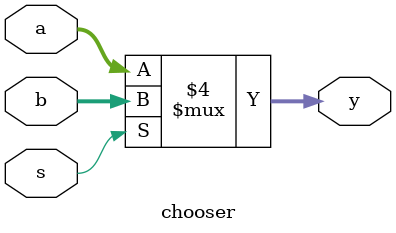
<source format=v>
`timescale 1ns / 1ps
module chooser(input wire[3:0] a,input wire[3:0] b,input wire s,output reg[3:0] y);
	always @ (a or b or s)
		if(s==0)
			y<=a;
		else
			y<=b;
endmodule

</source>
